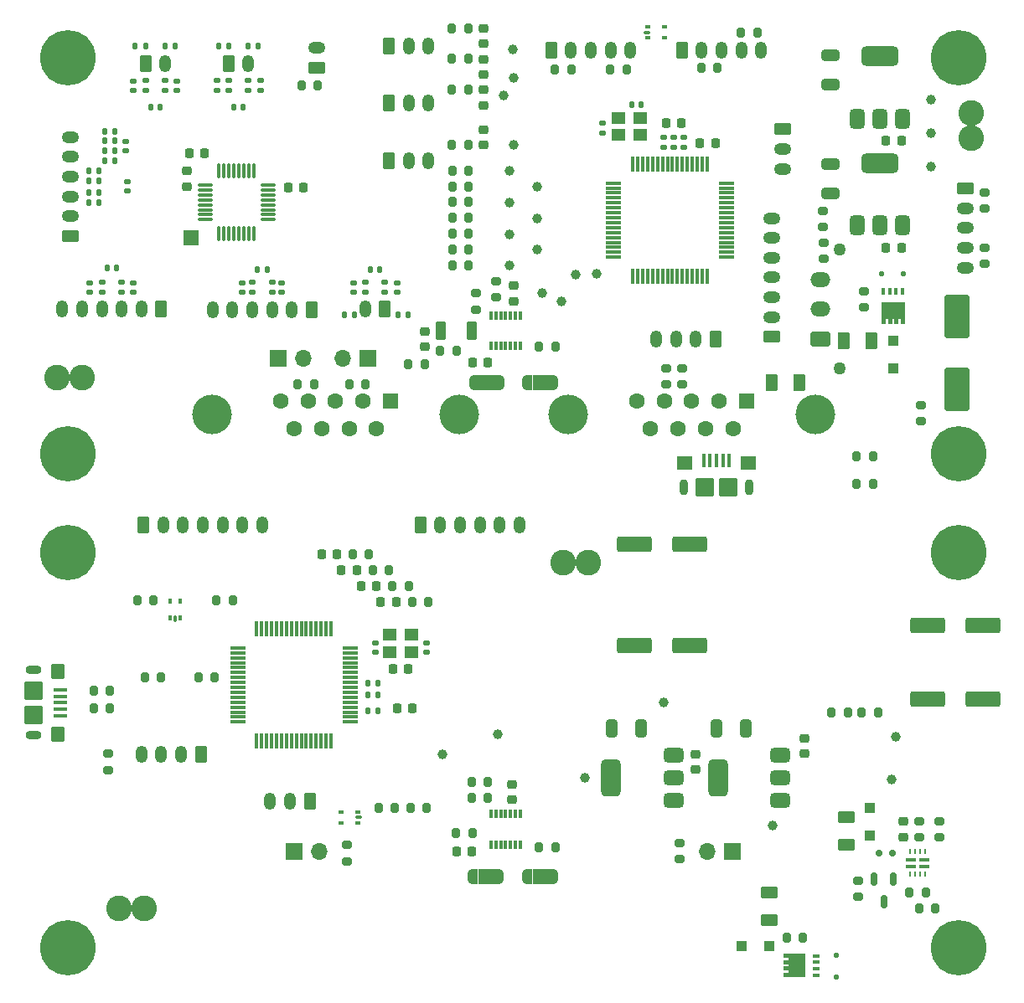
<source format=gbr>
%TF.GenerationSoftware,KiCad,Pcbnew,9.0.0*%
%TF.CreationDate,2025-05-15T12:13:46+12:00*%
%TF.ProjectId,,58585858-5858-4585-9858-585858585858,rev?*%
%TF.SameCoordinates,Original*%
%TF.FileFunction,Soldermask,Top*%
%TF.FilePolarity,Negative*%
%FSLAX46Y46*%
G04 Gerber Fmt 4.6, Leading zero omitted, Abs format (unit mm)*
G04 Created by KiCad (PCBNEW 9.0.0) date 2025-05-15 12:13:46*
%MOMM*%
%LPD*%
G01*
G04 APERTURE LIST*
G04 Aperture macros list*
%AMRoundRect*
0 Rectangle with rounded corners*
0 $1 Rounding radius*
0 $2 $3 $4 $5 $6 $7 $8 $9 X,Y pos of 4 corners*
0 Add a 4 corners polygon primitive as box body*
4,1,4,$2,$3,$4,$5,$6,$7,$8,$9,$2,$3,0*
0 Add four circle primitives for the rounded corners*
1,1,$1+$1,$2,$3*
1,1,$1+$1,$4,$5*
1,1,$1+$1,$6,$7*
1,1,$1+$1,$8,$9*
0 Add four rect primitives between the rounded corners*
20,1,$1+$1,$2,$3,$4,$5,0*
20,1,$1+$1,$4,$5,$6,$7,0*
20,1,$1+$1,$6,$7,$8,$9,0*
20,1,$1+$1,$8,$9,$2,$3,0*%
%AMFreePoly0*
4,1,23,0.550000,-0.750000,0.000000,-0.750000,0.000000,-0.745722,-0.065263,-0.745722,-0.191342,-0.711940,-0.304381,-0.646677,-0.396677,-0.554381,-0.461940,-0.441342,-0.495722,-0.315263,-0.495722,-0.250000,-0.500000,-0.250000,-0.500000,0.250000,-0.495722,0.250000,-0.495722,0.315263,-0.461940,0.441342,-0.396677,0.554381,-0.304381,0.646677,-0.191342,0.711940,-0.065263,0.745722,0.000000,0.745722,
0.000000,0.750000,0.550000,0.750000,0.550000,-0.750000,0.550000,-0.750000,$1*%
%AMFreePoly1*
4,1,23,0.000000,0.745722,0.065263,0.745722,0.191342,0.711940,0.304381,0.646677,0.396677,0.554381,0.461940,0.441342,0.495722,0.315263,0.495722,0.250000,0.500000,0.250000,0.500000,-0.250000,0.495722,-0.250000,0.495722,-0.315263,0.461940,-0.441342,0.396677,-0.554381,0.304381,-0.646677,0.191342,-0.711940,0.065263,-0.745722,0.000000,-0.745722,0.000000,-0.750000,-0.550000,-0.750000,
-0.550000,0.750000,0.000000,0.750000,0.000000,0.745722,0.000000,0.745722,$1*%
%AMFreePoly2*
4,1,17,1.395000,0.765000,0.855000,0.765000,0.855000,0.535000,1.395000,0.535000,1.395000,0.115000,0.855000,0.115000,0.855000,-0.115000,1.395000,-0.115000,1.395000,-0.535000,0.855000,-0.535000,0.855000,-0.765000,1.395000,-0.765000,1.395000,-1.185000,-0.855000,-1.185000,-0.855000,1.185000,1.395000,1.185000,1.395000,0.765000,1.395000,0.765000,$1*%
G04 Aperture macros list end*
%ADD10C,3.600000*%
%ADD11C,5.600000*%
%ADD12C,2.600000*%
%ADD13RoundRect,0.125000X0.125000X-0.125000X0.125000X0.125000X-0.125000X0.125000X-0.125000X-0.125000X0*%
%ADD14C,1.000000*%
%ADD15RoundRect,0.095000X0.155000X0.095000X-0.155000X0.095000X-0.155000X-0.095000X0.155000X-0.095000X0*%
%ADD16RoundRect,0.075000X0.250000X0.075000X-0.250000X0.075000X-0.250000X-0.075000X0.250000X-0.075000X0*%
%ADD17RoundRect,0.200000X0.200000X0.275000X-0.200000X0.275000X-0.200000X-0.275000X0.200000X-0.275000X0*%
%ADD18RoundRect,0.200000X0.275000X-0.200000X0.275000X0.200000X-0.275000X0.200000X-0.275000X-0.200000X0*%
%ADD19RoundRect,0.250000X0.350000X0.625000X-0.350000X0.625000X-0.350000X-0.625000X0.350000X-0.625000X0*%
%ADD20O,1.200000X1.750000*%
%ADD21R,1.050000X0.399999*%
%ADD22R,0.200000X0.599999*%
%ADD23RoundRect,0.250000X1.500000X0.550000X-1.500000X0.550000X-1.500000X-0.550000X1.500000X-0.550000X0*%
%ADD24RoundRect,0.200000X-0.200000X-0.275000X0.200000X-0.275000X0.200000X0.275000X-0.200000X0.275000X0*%
%ADD25RoundRect,0.200000X-0.275000X0.200000X-0.275000X-0.200000X0.275000X-0.200000X0.275000X0.200000X0*%
%ADD26RoundRect,0.225000X0.225000X0.250000X-0.225000X0.250000X-0.225000X-0.250000X0.225000X-0.250000X0*%
%ADD27RoundRect,0.150000X0.150000X0.200000X-0.150000X0.200000X-0.150000X-0.200000X0.150000X-0.200000X0*%
%ADD28RoundRect,0.250000X-0.350000X-0.625000X0.350000X-0.625000X0.350000X0.625000X-0.350000X0.625000X0*%
%ADD29RoundRect,0.375000X0.625000X0.375000X-0.625000X0.375000X-0.625000X-0.375000X0.625000X-0.375000X0*%
%ADD30RoundRect,0.500000X0.500000X1.400000X-0.500000X1.400000X-0.500000X-1.400000X0.500000X-1.400000X0*%
%ADD31RoundRect,0.140000X0.170000X-0.140000X0.170000X0.140000X-0.170000X0.140000X-0.170000X-0.140000X0*%
%ADD32RoundRect,0.140000X-0.140000X-0.170000X0.140000X-0.170000X0.140000X0.170000X-0.140000X0.170000X0*%
%ADD33RoundRect,0.250000X-0.300000X0.300000X-0.300000X-0.300000X0.300000X-0.300000X0.300000X0.300000X0*%
%ADD34RoundRect,0.075000X0.700000X0.075000X-0.700000X0.075000X-0.700000X-0.075000X0.700000X-0.075000X0*%
%ADD35RoundRect,0.075000X0.075000X0.700000X-0.075000X0.700000X-0.075000X-0.700000X0.075000X-0.700000X0*%
%ADD36RoundRect,0.250000X-0.300000X-0.300000X0.300000X-0.300000X0.300000X0.300000X-0.300000X0.300000X0*%
%ADD37RoundRect,0.225000X-0.225000X-0.250000X0.225000X-0.250000X0.225000X0.250000X-0.225000X0.250000X0*%
%ADD38FreePoly0,0.000000*%
%ADD39R,1.000000X1.500000*%
%ADD40FreePoly1,0.000000*%
%ADD41R,1.700000X1.700000*%
%ADD42O,1.700000X1.700000*%
%ADD43RoundRect,0.225000X0.250000X-0.225000X0.250000X0.225000X-0.250000X0.225000X-0.250000X-0.225000X0*%
%ADD44RoundRect,0.250000X-0.325000X-0.650000X0.325000X-0.650000X0.325000X0.650000X-0.325000X0.650000X0*%
%ADD45RoundRect,0.250000X0.625000X-0.375000X0.625000X0.375000X-0.625000X0.375000X-0.625000X-0.375000X0*%
%ADD46RoundRect,0.250000X-1.500000X-0.550000X1.500000X-0.550000X1.500000X0.550000X-1.500000X0.550000X0*%
%ADD47RoundRect,0.225000X-0.250000X0.225000X-0.250000X-0.225000X0.250000X-0.225000X0.250000X0.225000X0*%
%ADD48FreePoly0,180.000000*%
%ADD49FreePoly1,180.000000*%
%ADD50RoundRect,0.140000X-0.170000X0.140000X-0.170000X-0.140000X0.170000X-0.140000X0.170000X0.140000X0*%
%ADD51RoundRect,0.150000X-0.150000X0.512500X-0.150000X-0.512500X0.150000X-0.512500X0.150000X0.512500X0*%
%ADD52RoundRect,0.100000X-0.575000X0.100000X-0.575000X-0.100000X0.575000X-0.100000X0.575000X0.100000X0*%
%ADD53O,1.600000X0.900000*%
%ADD54RoundRect,0.250000X-0.450000X0.550000X-0.450000X-0.550000X0.450000X-0.550000X0.450000X0.550000X0*%
%ADD55RoundRect,0.250000X-0.700000X0.700000X-0.700000X-0.700000X0.700000X-0.700000X0.700000X0.700000X0*%
%ADD56RoundRect,0.095000X0.095000X-0.155000X0.095000X0.155000X-0.095000X0.155000X-0.095000X-0.155000X0*%
%ADD57RoundRect,0.075000X0.075000X-0.250000X0.075000X0.250000X-0.075000X0.250000X-0.075000X-0.250000X0*%
%ADD58R,1.400000X1.200000*%
%ADD59RoundRect,0.105000X0.245000X0.105000X-0.245000X0.105000X-0.245000X-0.105000X0.245000X-0.105000X0*%
%ADD60FreePoly2,180.000000*%
%ADD61R,0.304800X0.972299*%
%ADD62RoundRect,0.125000X0.125000X0.125000X-0.125000X0.125000X-0.125000X-0.125000X0.125000X-0.125000X0*%
%ADD63RoundRect,0.135000X0.135000X0.185000X-0.135000X0.185000X-0.135000X-0.185000X0.135000X-0.185000X0*%
%ADD64RoundRect,0.375000X0.375000X-0.625000X0.375000X0.625000X-0.375000X0.625000X-0.375000X-0.625000X0*%
%ADD65RoundRect,0.500000X1.400000X-0.500000X1.400000X0.500000X-1.400000X0.500000X-1.400000X-0.500000X0*%
%ADD66RoundRect,0.135000X-0.185000X0.135000X-0.185000X-0.135000X0.185000X-0.135000X0.185000X0.135000X0*%
%ADD67RoundRect,0.140000X0.140000X0.170000X-0.140000X0.170000X-0.140000X-0.170000X0.140000X-0.170000X0*%
%ADD68RoundRect,0.250000X-0.650000X0.325000X-0.650000X-0.325000X0.650000X-0.325000X0.650000X0.325000X0*%
%ADD69RoundRect,0.095000X-0.155000X-0.095000X0.155000X-0.095000X0.155000X0.095000X-0.155000X0.095000X0*%
%ADD70RoundRect,0.075000X-0.250000X-0.075000X0.250000X-0.075000X0.250000X0.075000X-0.250000X0.075000X0*%
%ADD71R,1.500000X1.500000*%
%ADD72C,4.000000*%
%ADD73R,1.600000X1.600000*%
%ADD74C,1.600000*%
%ADD75RoundRect,0.250000X0.625000X-0.350000X0.625000X0.350000X-0.625000X0.350000X-0.625000X-0.350000X0*%
%ADD76O,1.750000X1.200000*%
%ADD77RoundRect,0.250000X-0.625000X0.350000X-0.625000X-0.350000X0.625000X-0.350000X0.625000X0.350000X0*%
%ADD78C,1.270000*%
%ADD79RoundRect,0.250001X0.759999X-0.499999X0.759999X0.499999X-0.759999X0.499999X-0.759999X-0.499999X0*%
%ADD80O,2.020000X1.500000*%
%ADD81RoundRect,0.100000X-0.100000X-0.575000X0.100000X-0.575000X0.100000X0.575000X-0.100000X0.575000X0*%
%ADD82O,0.900000X1.600000*%
%ADD83RoundRect,0.250000X-0.550000X-0.450000X0.550000X-0.450000X0.550000X0.450000X-0.550000X0.450000X0*%
%ADD84RoundRect,0.250000X-0.700000X-0.700000X0.700000X-0.700000X0.700000X0.700000X-0.700000X0.700000X0*%
%ADD85RoundRect,0.135000X-0.135000X-0.185000X0.135000X-0.185000X0.135000X0.185000X-0.135000X0.185000X0*%
%ADD86RoundRect,0.250000X0.300000X-0.300000X0.300000X0.300000X-0.300000X0.300000X-0.300000X-0.300000X0*%
%ADD87RoundRect,0.250000X-0.375000X-0.625000X0.375000X-0.625000X0.375000X0.625000X-0.375000X0.625000X0*%
%ADD88RoundRect,0.105000X-0.105000X0.245000X-0.105000X-0.245000X0.105000X-0.245000X0.105000X0.245000X0*%
%ADD89FreePoly2,270.000000*%
%ADD90RoundRect,0.135000X0.185000X-0.135000X0.185000X0.135000X-0.185000X0.135000X-0.185000X-0.135000X0*%
%ADD91RoundRect,0.075000X-0.075000X0.700000X-0.075000X-0.700000X0.075000X-0.700000X0.075000X0.700000X0*%
%ADD92RoundRect,0.075000X-0.700000X0.075000X-0.700000X-0.075000X0.700000X-0.075000X0.700000X0.075000X0*%
%ADD93RoundRect,0.250000X0.375000X0.625000X-0.375000X0.625000X-0.375000X-0.625000X0.375000X-0.625000X0*%
%ADD94RoundRect,0.250000X-1.000000X1.950000X-1.000000X-1.950000X1.000000X-1.950000X1.000000X1.950000X0*%
%ADD95RoundRect,0.075000X0.075000X-0.675000X0.075000X0.675000X-0.075000X0.675000X-0.075000X-0.675000X0*%
%ADD96RoundRect,0.075000X0.675000X-0.075000X0.675000X0.075000X-0.675000X0.075000X-0.675000X-0.075000X0*%
%ADD97RoundRect,0.250000X0.275000X0.700000X-0.275000X0.700000X-0.275000X-0.700000X0.275000X-0.700000X0*%
G04 APERTURE END LIST*
%TO.C,JP2*%
G36*
X140971320Y-134171320D02*
G01*
X142471320Y-134171320D01*
X142471320Y-135671320D01*
X140971320Y-135671320D01*
X140971320Y-134171320D01*
G37*
%TO.C,JP1*%
G36*
X147971320Y-135671320D02*
G01*
X146471320Y-135671320D01*
X146471320Y-134171320D01*
X147971320Y-134171320D01*
X147971320Y-135671320D01*
G37*
G36*
X147971320Y-85671320D02*
G01*
X146471320Y-85671320D01*
X146471320Y-84171320D01*
X147971320Y-84171320D01*
X147971320Y-85671320D01*
G37*
%TO.C,JP2*%
G36*
X141071320Y-84171320D02*
G01*
X142571320Y-84171320D01*
X142571320Y-85671320D01*
X141071320Y-85671320D01*
X141071320Y-84171320D01*
G37*
%TD*%
D10*
%TO.C,H2*%
X189521320Y-102121320D03*
D11*
X189521320Y-102121320D03*
%TD*%
D10*
%TO.C,H1*%
X99521320Y-102121320D03*
D11*
X99521320Y-102121320D03*
%TD*%
D12*
%TO.C,TP20*%
X149521320Y-103121320D03*
X152061320Y-103121320D03*
%TD*%
D13*
%TO.C,D6*%
X177121320Y-145021320D03*
X177121320Y-142821320D03*
%TD*%
D14*
%TO.C,TP2*%
X137321320Y-122521320D03*
%TD*%
D15*
%TO.C,D4*%
X128771320Y-129461320D03*
D16*
X128851320Y-128921320D03*
D15*
X128771320Y-128381320D03*
X127071320Y-128381320D03*
X127071320Y-129461320D03*
%TD*%
D17*
%TO.C,R25*%
X186146320Y-136521320D03*
X184496320Y-136521320D03*
%TD*%
D18*
%TO.C,R22*%
X185521320Y-130946320D03*
X185521320Y-129296320D03*
%TD*%
D19*
%TO.C,J2*%
X123921320Y-127321320D03*
D20*
X121921320Y-127321320D03*
X119921320Y-127321320D03*
%TD*%
D17*
%TO.C,R5*%
X116146320Y-106921320D03*
X114496320Y-106921320D03*
%TD*%
D21*
%TO.C,U5*%
X184646320Y-133196322D03*
X184646320Y-133896321D03*
D22*
X184571319Y-134671320D03*
X185071320Y-134671320D03*
X185571320Y-134671320D03*
X186071321Y-134671320D03*
D21*
X185996320Y-133896321D03*
X185996320Y-133196322D03*
D22*
X186071321Y-132371322D03*
X185571320Y-132371322D03*
X185071320Y-132371322D03*
X184571319Y-132371322D03*
%TD*%
D23*
%TO.C,C22*%
X162321320Y-101321320D03*
X156721320Y-101321320D03*
%TD*%
D24*
%TO.C,R29*%
X112696320Y-114721320D03*
X114346320Y-114721320D03*
%TD*%
D25*
%TO.C,R23*%
X187521320Y-129296320D03*
X187521320Y-130946320D03*
%TD*%
D26*
%TO.C,C20*%
X126696320Y-102321320D03*
X125146320Y-102321320D03*
%TD*%
D27*
%TO.C,D8*%
X181421320Y-132521320D03*
X182821320Y-132521320D03*
%TD*%
D28*
%TO.C,J18*%
X107121320Y-99321320D03*
D20*
X109121320Y-99321320D03*
X111121320Y-99321320D03*
X113121320Y-99321320D03*
X115121320Y-99321320D03*
X117121320Y-99321320D03*
X119121320Y-99321320D03*
%TD*%
D29*
%TO.C,U3*%
X160671320Y-127221320D03*
X160671320Y-124921320D03*
D30*
X154371320Y-124921320D03*
D29*
X160671320Y-122621320D03*
%TD*%
D26*
%TO.C,C8*%
X140296320Y-132321320D03*
X138746320Y-132321320D03*
%TD*%
D18*
%TO.C,R26*%
X179321320Y-136946320D03*
X179321320Y-135296320D03*
%TD*%
D17*
%TO.C,R17*%
X181346320Y-118321320D03*
X179696320Y-118321320D03*
%TD*%
D14*
%TO.C,TP4*%
X182721320Y-125121320D03*
%TD*%
D17*
%TO.C,R21*%
X129921320Y-102321320D03*
X128271320Y-102321320D03*
%TD*%
D31*
%TO.C,C6*%
X130521320Y-112201320D03*
X130521320Y-111241320D03*
%TD*%
D32*
%TO.C,C2*%
X129841320Y-118121320D03*
X130801320Y-118121320D03*
%TD*%
D33*
%TO.C,D10*%
X180521320Y-127921320D03*
X180521320Y-130721320D03*
%TD*%
D34*
%TO.C,U1*%
X127996320Y-119271320D03*
X127996320Y-118771320D03*
X127996320Y-118271320D03*
X127996320Y-117771320D03*
X127996320Y-117271320D03*
X127996320Y-116771320D03*
X127996320Y-116271320D03*
X127996320Y-115771320D03*
X127996320Y-115271320D03*
X127996320Y-114771320D03*
X127996320Y-114271320D03*
X127996320Y-113771320D03*
X127996320Y-113271320D03*
X127996320Y-112771320D03*
X127996320Y-112271320D03*
X127996320Y-111771320D03*
D35*
X126071320Y-109846320D03*
X125571320Y-109846320D03*
X125071320Y-109846320D03*
X124571320Y-109846320D03*
X124071320Y-109846320D03*
X123571320Y-109846320D03*
X123071320Y-109846320D03*
X122571320Y-109846320D03*
X122071320Y-109846320D03*
X121571320Y-109846320D03*
X121071320Y-109846320D03*
X120571320Y-109846320D03*
X120071320Y-109846320D03*
X119571320Y-109846320D03*
X119071320Y-109846320D03*
X118571320Y-109846320D03*
D34*
X116646320Y-111771320D03*
X116646320Y-112271320D03*
X116646320Y-112771320D03*
X116646320Y-113271320D03*
X116646320Y-113771320D03*
X116646320Y-114271320D03*
X116646320Y-114771320D03*
X116646320Y-115271320D03*
X116646320Y-115771320D03*
X116646320Y-116271320D03*
X116646320Y-116771320D03*
X116646320Y-117271320D03*
X116646320Y-117771320D03*
X116646320Y-118271320D03*
X116646320Y-118771320D03*
X116646320Y-119271320D03*
D35*
X118571320Y-121196320D03*
X119071320Y-121196320D03*
X119571320Y-121196320D03*
X120071320Y-121196320D03*
X120571320Y-121196320D03*
X121071320Y-121196320D03*
X121571320Y-121196320D03*
X122071320Y-121196320D03*
X122571320Y-121196320D03*
X123071320Y-121196320D03*
X123571320Y-121196320D03*
X124071320Y-121196320D03*
X124571320Y-121196320D03*
X125071320Y-121196320D03*
X125571320Y-121196320D03*
X126071320Y-121196320D03*
%TD*%
D36*
%TO.C,D7*%
X167521320Y-141921320D03*
X170321320Y-141921320D03*
%TD*%
D12*
%TO.C,TP19*%
X104651320Y-138121320D03*
X107191320Y-138121320D03*
%TD*%
D10*
%TO.C,H3*%
X99521320Y-142121320D03*
D11*
X99521320Y-142121320D03*
%TD*%
D24*
%TO.C,R12*%
X140296320Y-125321320D03*
X141946320Y-125321320D03*
%TD*%
D23*
%TO.C,C21*%
X162321320Y-111521320D03*
X156721320Y-111521320D03*
%TD*%
D24*
%TO.C,R4*%
X106496320Y-106921320D03*
X108146320Y-106921320D03*
%TD*%
D37*
%TO.C,C4*%
X132746320Y-117921320D03*
X134296320Y-117921320D03*
%TD*%
D38*
%TO.C,JP2*%
X140421320Y-134921320D03*
D39*
X141721320Y-134921320D03*
D40*
X143021320Y-134921320D03*
%TD*%
D17*
%TO.C,R24*%
X187146320Y-138121320D03*
X185496320Y-138121320D03*
%TD*%
D26*
%TO.C,C16*%
X132646320Y-107121320D03*
X131096320Y-107121320D03*
%TD*%
D14*
%TO.C,TP18*%
X151721320Y-124921320D03*
%TD*%
D41*
%TO.C,J10*%
X122321320Y-132321320D03*
D42*
X124861320Y-132321320D03*
%TD*%
D17*
%TO.C,R8*%
X103746320Y-117921320D03*
X102096320Y-117921320D03*
%TD*%
D28*
%TO.C,J8*%
X135121320Y-99371320D03*
D20*
X137121320Y-99371320D03*
X139121320Y-99371320D03*
X141121320Y-99371320D03*
X143121320Y-99371320D03*
X145121320Y-99371320D03*
%TD*%
D43*
%TO.C,C14*%
X173921320Y-122496320D03*
X173921320Y-120946320D03*
%TD*%
D26*
%TO.C,C10*%
X130671320Y-105521320D03*
X129121320Y-105521320D03*
%TD*%
D44*
%TO.C,C13*%
X165046320Y-119921320D03*
X167996320Y-119921320D03*
%TD*%
D32*
%TO.C,C1*%
X129841320Y-115321320D03*
X130801320Y-115321320D03*
%TD*%
D25*
%TO.C,R9*%
X161321320Y-131496320D03*
X161321320Y-133146320D03*
%TD*%
D43*
%TO.C,C23*%
X183921320Y-130896320D03*
X183921320Y-129346320D03*
%TD*%
D25*
%TO.C,R11*%
X127721320Y-131696320D03*
X127721320Y-133346320D03*
%TD*%
D45*
%TO.C,F1*%
X170321320Y-139321320D03*
X170321320Y-136521320D03*
%TD*%
D24*
%TO.C,R10*%
X147096320Y-131921320D03*
X148746320Y-131921320D03*
%TD*%
D44*
%TO.C,C11*%
X154446320Y-119921320D03*
X157396320Y-119921320D03*
%TD*%
D41*
%TO.C,J9*%
X166596320Y-132321320D03*
D42*
X164056320Y-132321320D03*
%TD*%
D17*
%TO.C,R19*%
X178276320Y-118321320D03*
X176626320Y-118321320D03*
%TD*%
%TO.C,R15*%
X133921320Y-105521320D03*
X132271320Y-105521320D03*
%TD*%
%TO.C,R6*%
X132546320Y-127921320D03*
X130896320Y-127921320D03*
%TD*%
%TO.C,R28*%
X135746320Y-127921320D03*
X134096320Y-127921320D03*
%TD*%
%TO.C,R16*%
X135896320Y-107121320D03*
X134246320Y-107121320D03*
%TD*%
D43*
%TO.C,C9*%
X144321320Y-127121320D03*
X144321320Y-125571320D03*
%TD*%
D46*
%TO.C,C17*%
X186321320Y-109521320D03*
X191921320Y-109521320D03*
%TD*%
D47*
%TO.C,C12*%
X162921320Y-122546320D03*
X162921320Y-124096320D03*
%TD*%
D48*
%TO.C,JP1*%
X148521320Y-134921320D03*
D39*
X147221320Y-134921320D03*
D49*
X145921320Y-134921320D03*
%TD*%
D50*
%TO.C,C7*%
X135721320Y-111241320D03*
X135721320Y-112201320D03*
%TD*%
D24*
%TO.C,R30*%
X107271320Y-114721320D03*
X108921320Y-114721320D03*
%TD*%
D37*
%TO.C,C3*%
X132346320Y-113921320D03*
X133896320Y-113921320D03*
%TD*%
D14*
%TO.C,TP3*%
X159721320Y-117321320D03*
%TD*%
D19*
%TO.C,J1*%
X112921320Y-122521320D03*
D20*
X110921320Y-122521320D03*
X108921320Y-122521320D03*
X106921320Y-122521320D03*
%TD*%
D17*
%TO.C,R20*%
X131921320Y-103921320D03*
X130271320Y-103921320D03*
%TD*%
D24*
%TO.C,R13*%
X140296320Y-126921320D03*
X141946320Y-126921320D03*
%TD*%
D45*
%TO.C,F2*%
X178121320Y-131721320D03*
X178121320Y-128921320D03*
%TD*%
D29*
%TO.C,U4*%
X171471320Y-127221320D03*
X171471320Y-124921320D03*
D30*
X165171320Y-124921320D03*
D29*
X171471320Y-122621320D03*
%TD*%
D17*
%TO.C,R14*%
X140346320Y-130521320D03*
X138696320Y-130521320D03*
%TD*%
D51*
%TO.C,D9*%
X182871320Y-135183820D03*
X180971320Y-135183820D03*
X181921320Y-137458820D03*
%TD*%
D14*
%TO.C,TP1*%
X142921320Y-120521320D03*
%TD*%
D46*
%TO.C,C15*%
X186321320Y-116921320D03*
X191921320Y-116921320D03*
%TD*%
D52*
%TO.C,J4*%
X98721320Y-116021320D03*
X98721320Y-116671320D03*
X98721320Y-117321320D03*
X98721320Y-117971320D03*
X98721320Y-118621320D03*
D53*
X96046320Y-114021320D03*
D54*
X98496320Y-114121320D03*
D55*
X96046320Y-116121320D03*
X96046320Y-118521320D03*
D54*
X98496320Y-120521320D03*
D53*
X96046320Y-120621320D03*
%TD*%
D14*
%TO.C,TP16*%
X183121320Y-120721320D03*
%TD*%
D56*
%TO.C,D5*%
X109781320Y-108771320D03*
D57*
X110321320Y-108851320D03*
D56*
X110861320Y-108771320D03*
X110861320Y-107071320D03*
X109781320Y-107071320D03*
%TD*%
D58*
%TO.C,Y1*%
X132021320Y-112171320D03*
X134221320Y-112171320D03*
X134221320Y-110471320D03*
X132021320Y-110471320D03*
%TD*%
D59*
%TO.C,Q1*%
X175121320Y-144861320D03*
X175121320Y-144211320D03*
X175121320Y-143561320D03*
X175121320Y-142911320D03*
D60*
X173166320Y-143886320D03*
%TD*%
D61*
%TO.C,U2*%
X145221698Y-128581069D03*
X144721572Y-128581069D03*
X144221446Y-128581069D03*
X143721320Y-128581069D03*
X143221194Y-128581069D03*
X142721068Y-128581069D03*
X142220942Y-128581069D03*
X142220942Y-131661571D03*
X142721068Y-131661571D03*
X143221194Y-131661571D03*
X143721320Y-131661571D03*
X144221446Y-131661571D03*
X144721572Y-131661571D03*
X145221698Y-131661571D03*
%TD*%
D17*
%TO.C,R7*%
X103746320Y-116121320D03*
X102096320Y-116121320D03*
%TD*%
D25*
%TO.C,R27*%
X103521320Y-122496320D03*
X103521320Y-124146320D03*
%TD*%
D10*
%TO.C,H4*%
X189521320Y-142121320D03*
D11*
X189521320Y-142121320D03*
%TD*%
D32*
%TO.C,C5*%
X129841320Y-116521320D03*
X130801320Y-116521320D03*
%TD*%
D17*
%TO.C,R18*%
X173746320Y-141121320D03*
X172096320Y-141121320D03*
%TD*%
D14*
%TO.C,TP17*%
X170721320Y-129721320D03*
%TD*%
D26*
%TO.C,C19*%
X128671320Y-103921320D03*
X127121320Y-103921320D03*
%TD*%
D62*
%TO.C,D3*%
X183921320Y-73921320D03*
X181721320Y-73921320D03*
%TD*%
D31*
%TO.C,C5*%
X161721320Y-61121320D03*
X161721320Y-60161320D03*
%TD*%
D14*
%TO.C,TP5*%
X144521320Y-54121320D03*
%TD*%
D63*
%TO.C,R36*%
X133831320Y-78121320D03*
X132811320Y-78121320D03*
%TD*%
D64*
%TO.C,U3*%
X179221320Y-58271320D03*
X181521320Y-58271320D03*
D65*
X181521320Y-51971320D03*
D64*
X183821320Y-58271320D03*
%TD*%
D28*
%TO.C,J17*%
X131921320Y-56671320D03*
D20*
X133921320Y-56671320D03*
X135921320Y-56671320D03*
%TD*%
D28*
%TO.C,J10*%
X148321320Y-51321320D03*
D20*
X150321320Y-51321320D03*
X152321320Y-51321320D03*
X154321320Y-51321320D03*
X156321320Y-51321320D03*
%TD*%
D43*
%TO.C,C9*%
X144521320Y-76696320D03*
X144521320Y-75146320D03*
%TD*%
D66*
%TO.C,R38*%
X129521320Y-74811320D03*
X129521320Y-75831320D03*
%TD*%
D37*
%TO.C,C4*%
X163346320Y-60721320D03*
X164896320Y-60721320D03*
%TD*%
D67*
%TO.C,C26*%
X119601320Y-73521320D03*
X118641320Y-73521320D03*
%TD*%
D19*
%TO.C,J1*%
X164921320Y-80521320D03*
D20*
X162921320Y-80521320D03*
X160921320Y-80521320D03*
X158921320Y-80521320D03*
%TD*%
D24*
%TO.C,R46*%
X123096320Y-54921320D03*
X124746320Y-54921320D03*
%TD*%
D66*
%TO.C,R25*%
X120121320Y-74811320D03*
X120121320Y-75831320D03*
%TD*%
D25*
%TO.C,R16*%
X179921320Y-75696320D03*
X179921320Y-77346320D03*
%TD*%
D66*
%TO.C,R28*%
X118121320Y-74811320D03*
X118121320Y-75831320D03*
%TD*%
D17*
%TO.C,R18*%
X135546320Y-83121320D03*
X133896320Y-83121320D03*
%TD*%
%TO.C,R55*%
X165146320Y-53121320D03*
X163496320Y-53121320D03*
%TD*%
D68*
%TO.C,C10*%
X176521320Y-51846320D03*
X176521320Y-54796320D03*
%TD*%
D69*
%TO.C,D2*%
X158071320Y-48981320D03*
D70*
X157991320Y-49521320D03*
D69*
X158071320Y-50061320D03*
X159771320Y-50061320D03*
X159771320Y-48981320D03*
%TD*%
D37*
%TO.C,C3*%
X159946320Y-58721320D03*
X161496320Y-58721320D03*
%TD*%
D32*
%TO.C,C24*%
X101641320Y-63521320D03*
X102601320Y-63521320D03*
%TD*%
D31*
%TO.C,C37*%
X106121320Y-55401320D03*
X106121320Y-54441320D03*
%TD*%
D14*
%TO.C,TP17*%
X186721320Y-59721320D03*
%TD*%
D50*
%TO.C,C39*%
X110521320Y-54441320D03*
X110521320Y-55401320D03*
%TD*%
D71*
%TO.C,TP29*%
X111921320Y-70321320D03*
%TD*%
D18*
%TO.C,R17*%
X175796320Y-69233820D03*
X175796320Y-67583820D03*
%TD*%
D14*
%TO.C,TP11*%
X146921320Y-68321320D03*
%TD*%
D31*
%TO.C,C2*%
X160721320Y-61121320D03*
X160721320Y-60161320D03*
%TD*%
D14*
%TO.C,TP2*%
X146921320Y-71521320D03*
%TD*%
%TO.C,TP1*%
X144121320Y-69921320D03*
%TD*%
D19*
%TO.C,J16*%
X108921320Y-77521320D03*
D20*
X106921320Y-77521320D03*
X104921320Y-77521320D03*
X102921320Y-77521320D03*
X100921320Y-77521320D03*
X98921320Y-77521320D03*
%TD*%
D28*
%TO.C,J21*%
X115721320Y-52651320D03*
D20*
X117721320Y-52651320D03*
%TD*%
D28*
%TO.C,J19*%
X131921320Y-62471320D03*
D20*
X133921320Y-62471320D03*
X135921320Y-62471320D03*
%TD*%
D72*
%TO.C,J6*%
X175021320Y-88201320D03*
X150021320Y-88201320D03*
D73*
X168061320Y-86781320D03*
D74*
X165291320Y-86781320D03*
X162521320Y-86781320D03*
X159751320Y-86781320D03*
X156981320Y-86781320D03*
X166676320Y-89621320D03*
X163906320Y-89621320D03*
X161136320Y-89621320D03*
X158366320Y-89621320D03*
%TD*%
D75*
%TO.C,J22*%
X124671320Y-53121320D03*
D76*
X124671320Y-51121320D03*
%TD*%
D19*
%TO.C,J18*%
X131521320Y-77521320D03*
D20*
X129521320Y-77521320D03*
%TD*%
D77*
%TO.C,J5*%
X190171320Y-65321320D03*
D76*
X190171320Y-67321320D03*
X190171320Y-69321320D03*
X190171320Y-71321320D03*
X190171320Y-73321320D03*
%TD*%
D75*
%TO.C,J13*%
X99721320Y-70121320D03*
D76*
X99721320Y-68121320D03*
X99721320Y-66121320D03*
X99721320Y-64121320D03*
X99721320Y-62121320D03*
X99721320Y-60121320D03*
%TD*%
D72*
%TO.C,J11*%
X139021320Y-88201320D03*
X114021320Y-88201320D03*
D73*
X132061320Y-86781320D03*
D74*
X129291320Y-86781320D03*
X126521320Y-86781320D03*
X123751320Y-86781320D03*
X120981320Y-86781320D03*
X130676320Y-89621320D03*
X127906320Y-89621320D03*
X125136320Y-89621320D03*
X122366320Y-89621320D03*
%TD*%
D78*
%TO.C,J12*%
X177481320Y-83521320D03*
X177481320Y-71521320D03*
D79*
X175521320Y-80521320D03*
D80*
X175521320Y-77521320D03*
X175521320Y-74521320D03*
%TD*%
D28*
%TO.C,J7*%
X161521320Y-51321320D03*
D20*
X163521320Y-51321320D03*
X165521320Y-51321320D03*
X167521320Y-51321320D03*
X169521320Y-51321320D03*
%TD*%
D28*
%TO.C,J20*%
X107321320Y-52721320D03*
D20*
X109321320Y-52721320D03*
%TD*%
D19*
%TO.C,J14*%
X124121320Y-77571320D03*
D20*
X122121320Y-77571320D03*
X120121320Y-77571320D03*
X118121320Y-77571320D03*
X116121320Y-77571320D03*
X114121320Y-77571320D03*
%TD*%
D28*
%TO.C,J15*%
X131921320Y-50871320D03*
D20*
X133921320Y-50871320D03*
X135921320Y-50871320D03*
%TD*%
D31*
%TO.C,C40*%
X114521320Y-55381320D03*
X114521320Y-54421320D03*
%TD*%
D14*
%TO.C,TP9*%
X146921320Y-65121320D03*
%TD*%
%TO.C,TP3*%
X144121320Y-73121320D03*
%TD*%
D43*
%TO.C,C17*%
X111521320Y-65096320D03*
X111521320Y-63546320D03*
%TD*%
D25*
%TO.C,R54*%
X192121320Y-65696320D03*
X192121320Y-67346320D03*
%TD*%
D81*
%TO.C,J4*%
X163721320Y-92846320D03*
X164371320Y-92846320D03*
X165021320Y-92846320D03*
X165671320Y-92846320D03*
X166321320Y-92846320D03*
D82*
X161721320Y-95521320D03*
D83*
X161821320Y-93071320D03*
D84*
X163821320Y-95521320D03*
X166221320Y-95521320D03*
D83*
X168221320Y-93071320D03*
D82*
X168321320Y-95521320D03*
%TD*%
D37*
%TO.C,C16*%
X121746320Y-65221320D03*
X123296320Y-65221320D03*
%TD*%
D18*
%TO.C,R51*%
X192121320Y-72946320D03*
X192121320Y-71296320D03*
%TD*%
D85*
%TO.C,R50*%
X117721320Y-50901320D03*
X118741320Y-50901320D03*
%TD*%
D25*
%TO.C,R4*%
X159921320Y-83496320D03*
X159921320Y-85146320D03*
%TD*%
D10*
%TO.C,H2*%
X189521320Y-52121320D03*
D11*
X189521320Y-52121320D03*
%TD*%
D17*
%TO.C,R6*%
X129546320Y-85121320D03*
X127896320Y-85121320D03*
%TD*%
D24*
%TO.C,R56*%
X148721320Y-53321320D03*
X150371320Y-53321320D03*
%TD*%
D32*
%TO.C,C38*%
X107841320Y-57121320D03*
X108801320Y-57121320D03*
%TD*%
D86*
%TO.C,D4*%
X182921320Y-83521320D03*
X182921320Y-80721320D03*
%TD*%
D58*
%TO.C,Y1*%
X157321320Y-58221320D03*
X155121320Y-58221320D03*
X155121320Y-59921320D03*
X157321320Y-59921320D03*
%TD*%
D26*
%TO.C,C8*%
X141896320Y-82921320D03*
X140346320Y-82921320D03*
%TD*%
D87*
%TO.C,F2*%
X177921320Y-80721320D03*
X180721320Y-80721320D03*
%TD*%
D88*
%TO.C,Q1*%
X183821320Y-75721320D03*
X183171320Y-75721320D03*
X182521320Y-75721320D03*
X181871320Y-75721320D03*
D89*
X182846320Y-77676320D03*
%TD*%
D26*
%TO.C,C19*%
X113296320Y-61721320D03*
X111746320Y-61721320D03*
%TD*%
D31*
%TO.C,C23*%
X105521320Y-65601320D03*
X105521320Y-64641320D03*
%TD*%
D43*
%TO.C,C36*%
X141521320Y-60896320D03*
X141521320Y-59346320D03*
%TD*%
D24*
%TO.C,R15*%
X179196320Y-95221320D03*
X180846320Y-95221320D03*
%TD*%
D63*
%TO.C,R20*%
X104231320Y-60521320D03*
X103211320Y-60521320D03*
%TD*%
D64*
%TO.C,U4*%
X179221320Y-69071320D03*
X181521320Y-69071320D03*
D65*
X181521320Y-62771320D03*
D64*
X183821320Y-69071320D03*
%TD*%
D50*
%TO.C,C29*%
X106121320Y-74841320D03*
X106121320Y-75801320D03*
%TD*%
D10*
%TO.C,H1*%
X99521320Y-52121320D03*
D11*
X99521320Y-52121320D03*
%TD*%
D14*
%TO.C,TP13*%
X149321320Y-76721320D03*
%TD*%
D17*
%TO.C,R48*%
X139946320Y-49121320D03*
X138296320Y-49121320D03*
%TD*%
%TO.C,R53*%
X155946320Y-53321320D03*
X154296320Y-53321320D03*
%TD*%
D90*
%TO.C,R49*%
X117721320Y-55411320D03*
X117721320Y-54391320D03*
%TD*%
D14*
%TO.C,TP7*%
X144521320Y-60921320D03*
%TD*%
D91*
%TO.C,U1*%
X164071320Y-62846320D03*
X163571320Y-62846320D03*
X163071320Y-62846320D03*
X162571320Y-62846320D03*
X162071320Y-62846320D03*
X161571320Y-62846320D03*
X161071320Y-62846320D03*
X160571320Y-62846320D03*
X160071320Y-62846320D03*
X159571320Y-62846320D03*
X159071320Y-62846320D03*
X158571320Y-62846320D03*
X158071320Y-62846320D03*
X157571320Y-62846320D03*
X157071320Y-62846320D03*
X156571320Y-62846320D03*
D92*
X154646320Y-64771320D03*
X154646320Y-65271320D03*
X154646320Y-65771320D03*
X154646320Y-66271320D03*
X154646320Y-66771320D03*
X154646320Y-67271320D03*
X154646320Y-67771320D03*
X154646320Y-68271320D03*
X154646320Y-68771320D03*
X154646320Y-69271320D03*
X154646320Y-69771320D03*
X154646320Y-70271320D03*
X154646320Y-70771320D03*
X154646320Y-71271320D03*
X154646320Y-71771320D03*
X154646320Y-72271320D03*
D91*
X156571320Y-74196320D03*
X157071320Y-74196320D03*
X157571320Y-74196320D03*
X158071320Y-74196320D03*
X158571320Y-74196320D03*
X159071320Y-74196320D03*
X159571320Y-74196320D03*
X160071320Y-74196320D03*
X160571320Y-74196320D03*
X161071320Y-74196320D03*
X161571320Y-74196320D03*
X162071320Y-74196320D03*
X162571320Y-74196320D03*
X163071320Y-74196320D03*
X163571320Y-74196320D03*
X164071320Y-74196320D03*
D92*
X165996320Y-72271320D03*
X165996320Y-71771320D03*
X165996320Y-71271320D03*
X165996320Y-70771320D03*
X165996320Y-70271320D03*
X165996320Y-69771320D03*
X165996320Y-69271320D03*
X165996320Y-68771320D03*
X165996320Y-68271320D03*
X165996320Y-67771320D03*
X165996320Y-67271320D03*
X165996320Y-66771320D03*
X165996320Y-66271320D03*
X165996320Y-65771320D03*
X165996320Y-65271320D03*
X165996320Y-64771320D03*
%TD*%
D31*
%TO.C,C27*%
X117121320Y-75801320D03*
X117121320Y-74841320D03*
%TD*%
D17*
%TO.C,R24*%
X139975639Y-71501838D03*
X138325639Y-71501838D03*
%TD*%
D85*
%TO.C,R45*%
X114701320Y-50901320D03*
X115721320Y-50901320D03*
%TD*%
D24*
%TO.C,R14*%
X179196320Y-92421320D03*
X180846320Y-92421320D03*
%TD*%
D93*
%TO.C,F1*%
X173421320Y-84921320D03*
X170621320Y-84921320D03*
%TD*%
D94*
%TO.C,C14*%
X189321320Y-78221320D03*
X189321320Y-85621320D03*
%TD*%
D90*
%TO.C,R47*%
X115721320Y-55411320D03*
X115721320Y-54391320D03*
%TD*%
D24*
%TO.C,R7*%
X147096320Y-81321320D03*
X148746320Y-81321320D03*
%TD*%
D17*
%TO.C,R27*%
X139975639Y-65101838D03*
X138325639Y-65101838D03*
%TD*%
D32*
%TO.C,C41*%
X116241320Y-57101320D03*
X117201320Y-57101320D03*
%TD*%
D24*
%TO.C,R8*%
X122721320Y-85121320D03*
X124371320Y-85121320D03*
%TD*%
D95*
%TO.C,U5*%
X114771320Y-69896320D03*
X115271320Y-69896320D03*
X115771320Y-69896320D03*
X116271320Y-69896320D03*
X116771320Y-69896320D03*
X117271320Y-69896320D03*
X117771320Y-69896320D03*
X118271320Y-69896320D03*
D96*
X119696320Y-68471320D03*
X119696320Y-67971320D03*
X119696320Y-67471320D03*
X119696320Y-66971320D03*
X119696320Y-66471320D03*
X119696320Y-65971320D03*
X119696320Y-65471320D03*
X119696320Y-64971320D03*
D95*
X118271320Y-63546320D03*
X117771320Y-63546320D03*
X117271320Y-63546320D03*
X116771320Y-63546320D03*
X116271320Y-63546320D03*
X115771320Y-63546320D03*
X115271320Y-63546320D03*
X114771320Y-63546320D03*
D96*
X113346320Y-64971320D03*
X113346320Y-65471320D03*
X113346320Y-65971320D03*
X113346320Y-66471320D03*
X113346320Y-66971320D03*
X113346320Y-67471320D03*
X113346320Y-67971320D03*
X113346320Y-68471320D03*
%TD*%
D14*
%TO.C,TP12*%
X150821320Y-74021320D03*
%TD*%
D17*
%TO.C,R30*%
X139975639Y-68301838D03*
X138325639Y-68301838D03*
%TD*%
D14*
%TO.C,TP6*%
X143521320Y-55921320D03*
%TD*%
D90*
%TO.C,R43*%
X109321320Y-55431320D03*
X109321320Y-54411320D03*
%TD*%
D66*
%TO.C,R31*%
X104921320Y-74811320D03*
X104921320Y-75831320D03*
%TD*%
D25*
%TO.C,R9*%
X142721320Y-74696320D03*
X142721320Y-76346320D03*
%TD*%
D68*
%TO.C,C12*%
X176521320Y-62846320D03*
X176521320Y-65796320D03*
%TD*%
D24*
%TO.C,R29*%
X138296320Y-52221320D03*
X139946320Y-52221320D03*
%TD*%
D50*
%TO.C,C25*%
X121121320Y-74841320D03*
X121121320Y-75801320D03*
%TD*%
D31*
%TO.C,C35*%
X128321320Y-75801320D03*
X128321320Y-74841320D03*
%TD*%
D61*
%TO.C,U2*%
X145221698Y-78181069D03*
X144721572Y-78181069D03*
X144221446Y-78181069D03*
X143721320Y-78181069D03*
X143221194Y-78181069D03*
X142721068Y-78181069D03*
X142220942Y-78181069D03*
X142220942Y-81261571D03*
X142721068Y-81261571D03*
X143221194Y-81261571D03*
X143721320Y-81261571D03*
X144221446Y-81261571D03*
X144721572Y-81261571D03*
X145221698Y-81261571D03*
%TD*%
D25*
%TO.C,R10*%
X140721320Y-75896320D03*
X140721320Y-77546320D03*
%TD*%
D67*
%TO.C,C18*%
X104201320Y-62521320D03*
X103241320Y-62521320D03*
%TD*%
D66*
%TO.C,R37*%
X131521320Y-74811320D03*
X131521320Y-75831320D03*
%TD*%
D10*
%TO.C,H3*%
X99521320Y-92121320D03*
D11*
X99521320Y-92121320D03*
%TD*%
D26*
%TO.C,C11*%
X183696320Y-60521320D03*
X182146320Y-60521320D03*
%TD*%
D47*
%TO.C,C43*%
X141521320Y-49146320D03*
X141521320Y-50696320D03*
%TD*%
D14*
%TO.C,TP4*%
X144421320Y-51221320D03*
%TD*%
D75*
%TO.C,J3*%
X170571320Y-80321320D03*
D76*
X170571320Y-78321320D03*
X170571320Y-76321320D03*
X170571320Y-74321320D03*
X170571320Y-72321320D03*
X170571320Y-70321320D03*
X170571320Y-68321320D03*
%TD*%
D90*
%TO.C,R42*%
X107321320Y-55431320D03*
X107321320Y-54411320D03*
%TD*%
D97*
%TO.C,FB1*%
X140296320Y-79721320D03*
X137146320Y-79721320D03*
%TD*%
D47*
%TO.C,C32*%
X141521320Y-55346320D03*
X141521320Y-56896320D03*
%TD*%
D32*
%TO.C,C21*%
X103241320Y-59521320D03*
X104201320Y-59521320D03*
%TD*%
D17*
%TO.C,R11*%
X138746320Y-81721320D03*
X137096320Y-81721320D03*
%TD*%
D63*
%TO.C,R19*%
X104231320Y-61521320D03*
X103211320Y-61521320D03*
%TD*%
D12*
%TO.C,TP19*%
X98351320Y-84421320D03*
X100891320Y-84421320D03*
%TD*%
D25*
%TO.C,R13*%
X185721320Y-87196320D03*
X185721320Y-88846320D03*
%TD*%
D24*
%TO.C,R40*%
X138296320Y-60921320D03*
X139946320Y-60921320D03*
%TD*%
D48*
%TO.C,JP1*%
X148521320Y-84921320D03*
D39*
X147221320Y-84921320D03*
D49*
X145921320Y-84921320D03*
%TD*%
D67*
%TO.C,C34*%
X131001320Y-73521320D03*
X130041320Y-73521320D03*
%TD*%
D18*
%TO.C,R12*%
X175821320Y-72433820D03*
X175821320Y-70783820D03*
%TD*%
D31*
%TO.C,C31*%
X101721320Y-75801320D03*
X101721320Y-74841320D03*
%TD*%
D41*
%TO.C,J9*%
X120721320Y-82521320D03*
D42*
X123261320Y-82521320D03*
%TD*%
D14*
%TO.C,TP10*%
X144121320Y-66721320D03*
%TD*%
D50*
%TO.C,C33*%
X132721320Y-74841320D03*
X132721320Y-75801320D03*
%TD*%
D47*
%TO.C,C15*%
X135521320Y-79746320D03*
X135521320Y-81296320D03*
%TD*%
D14*
%TO.C,TP18*%
X186721320Y-56321320D03*
%TD*%
D17*
%TO.C,R52*%
X169146320Y-49521320D03*
X167496320Y-49521320D03*
%TD*%
D14*
%TO.C,TP8*%
X144121320Y-63521320D03*
%TD*%
D10*
%TO.C,H4*%
X189521320Y-92121320D03*
D11*
X189521320Y-92121320D03*
%TD*%
D66*
%TO.C,R34*%
X102921320Y-74811320D03*
X102921320Y-75831320D03*
%TD*%
D17*
%TO.C,R33*%
X139975639Y-69901838D03*
X138325639Y-69901838D03*
%TD*%
D67*
%TO.C,C6*%
X157401320Y-56821320D03*
X156441320Y-56821320D03*
%TD*%
D17*
%TO.C,R32*%
X139975639Y-63501838D03*
X138325639Y-63501838D03*
%TD*%
D85*
%TO.C,R44*%
X109321320Y-50921320D03*
X110341320Y-50921320D03*
%TD*%
D63*
%TO.C,R21*%
X102631320Y-65721320D03*
X101611320Y-65721320D03*
%TD*%
D47*
%TO.C,C28*%
X141521320Y-52271320D03*
X141521320Y-53821320D03*
%TD*%
D63*
%TO.C,R23*%
X102631320Y-64521320D03*
X101611320Y-64521320D03*
%TD*%
D17*
%TO.C,R22*%
X139975639Y-73101838D03*
X138325639Y-73101838D03*
%TD*%
D63*
%TO.C,R39*%
X128431320Y-78121320D03*
X127411320Y-78121320D03*
%TD*%
D85*
%TO.C,R41*%
X106301320Y-50921320D03*
X107321320Y-50921320D03*
%TD*%
D14*
%TO.C,TP16*%
X186721320Y-63121320D03*
%TD*%
D67*
%TO.C,C30*%
X104401320Y-73321320D03*
X103441320Y-73321320D03*
%TD*%
D38*
%TO.C,JP2*%
X140521320Y-84921320D03*
D39*
X141821320Y-84921320D03*
D40*
X143121320Y-84921320D03*
%TD*%
D41*
%TO.C,J8*%
X129796320Y-82521320D03*
D42*
X127256320Y-82521320D03*
%TD*%
D31*
%TO.C,C7*%
X153521320Y-59701320D03*
X153521320Y-58741320D03*
%TD*%
D77*
%TO.C,J2*%
X171671320Y-59321320D03*
D76*
X171671320Y-61321320D03*
X171671320Y-63321320D03*
%TD*%
D67*
%TO.C,C22*%
X102601320Y-66721320D03*
X101641320Y-66721320D03*
%TD*%
D12*
%TO.C,TP20*%
X190721320Y-60261320D03*
X190721320Y-57721320D03*
%TD*%
D31*
%TO.C,C1*%
X159721320Y-61121320D03*
X159721320Y-60161320D03*
%TD*%
D25*
%TO.C,R5*%
X161521320Y-83496320D03*
X161521320Y-85146320D03*
%TD*%
D50*
%TO.C,C42*%
X118921320Y-54421320D03*
X118921320Y-55381320D03*
%TD*%
D17*
%TO.C,R26*%
X139975639Y-66701838D03*
X138325639Y-66701838D03*
%TD*%
D31*
%TO.C,C20*%
X105321320Y-61501320D03*
X105321320Y-60541320D03*
%TD*%
D26*
%TO.C,C13*%
X183696320Y-71321320D03*
X182146320Y-71321320D03*
%TD*%
D14*
%TO.C,TP15*%
X152921320Y-73921320D03*
%TD*%
%TO.C,TP14*%
X147421320Y-75921320D03*
%TD*%
D24*
%TO.C,R35*%
X138296320Y-55321320D03*
X139946320Y-55321320D03*
%TD*%
M02*

</source>
